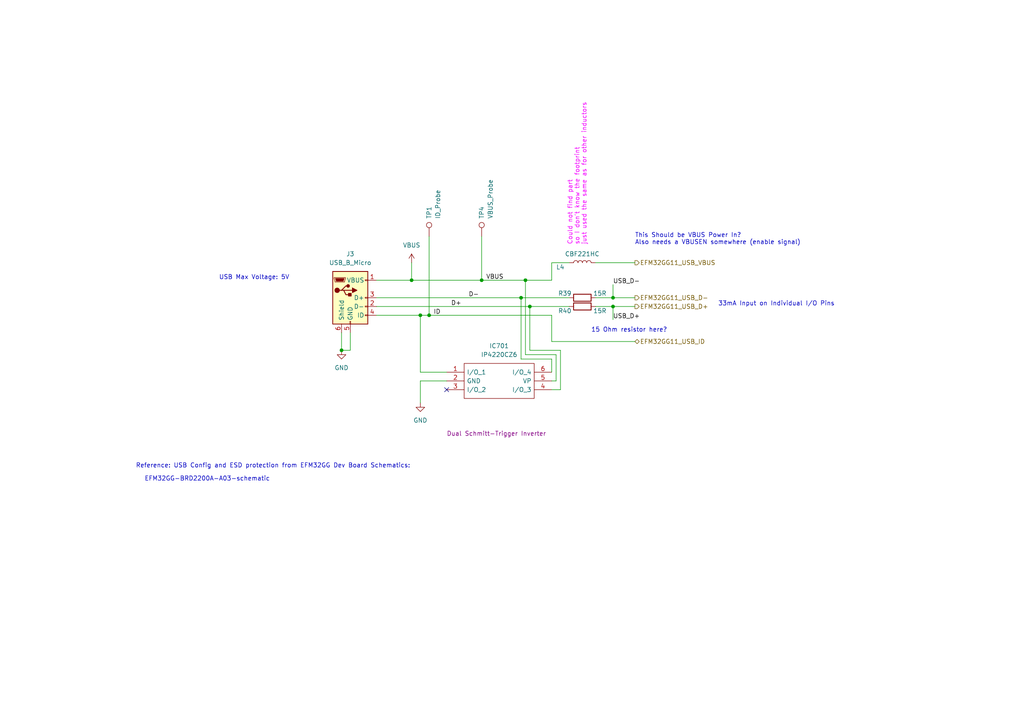
<source format=kicad_sch>
(kicad_sch (version 20230121) (generator eeschema)
  (paper "A4")
  (lib_symbols
    (symbol "Connector:TestPoint" (pin_numbers hide) (pin_names (offset 0.762) hide)
      (property "Reference" "TP" (at 0 6.858 0))
      (property "Value" "TestPoint" (at 0 5.08 0))
      (symbol "TestPoint_0_1"
        (circle (center 0 3.302) (radius 0.762))
      )
      (symbol "TestPoint_1_1"
        (pin passive line (at 0 0 90) (length 2.54) (name "1") (number "1"))
      )
    )
    (symbol "Connector:USB_B_Micro" (pin_names (offset 1.016))
      (property "Reference" "J" (at -5.08 11.43 0))
      (property "Value" "USB_B_Micro" (at -5.08 8.89 0))
      (symbol "USB_B_Micro_0_1"
        (rectangle (start -5.08 -7.62) (end 5.08 7.62) (stroke (width 0.254)) (fill (type background)))
        (circle (center -3.81 2.159) (radius 0.635) (stroke (width 0.254)) (fill (type outline)))
        (circle (center -0.635 3.429) (radius 0.381) (stroke (width 0.254)) (fill (type outline)))
        (rectangle (start -0.127 -7.62) (end 0.127 -6.858))
        (polyline (pts (xy -1.905 2.159) (xy 0.635 2.159)) (stroke (width 0.254)))
        (polyline (pts (xy -3.175 2.159) (xy -2.54 2.159) (xy -1.27 3.429) (xy -0.635 3.429)) (stroke (width 0.254)))
        (polyline (pts (xy -2.54 2.159) (xy -1.905 2.159) (xy -1.27 0.889) (xy 0 0.889)) (stroke (width 0.254)))
        (polyline (pts (xy 0.635 2.794) (xy 0.635 1.524) (xy 1.905 2.159) (xy 0.635 2.794)) (stroke (width 0.254)) (fill (type outline)))
        (polyline (pts (xy -4.318 5.588) (xy -1.778 5.588) (xy -2.032 4.826) (xy -4.064 4.826) (xy -4.318 5.588)) (fill (type outline)))
        (polyline (pts (xy -4.699 5.842) (xy -4.699 5.588) (xy -4.445 4.826) (xy -4.445 4.572) (xy -1.651 4.572) (xy -1.651 4.826) (xy -1.397 5.588) (xy -1.397 5.842) (xy -4.699 5.842)))
        (rectangle (start 0.254 1.27) (end -0.508 0.508) (stroke (width 0.254)) (fill (type outline)))
        (rectangle (start 5.08 -5.207) (end 4.318 -4.953))
        (rectangle (start 5.08 -2.667) (end 4.318 -2.413))
        (rectangle (start 5.08 -0.127) (end 4.318 0.127))
        (rectangle (start 5.08 4.953) (end 4.318 5.207))
      )
      (symbol "USB_B_Micro_1_1"
        (pin power_out line (at 7.62 5.08 180) (length 2.54) (name "VBUS") (number "1"))
        (pin bidirectional line (at 7.62 -2.54 180) (length 2.54) (name "D-") (number "2"))
        (pin bidirectional line (at 7.62 0 180) (length 2.54) (name "D+") (number "3"))
        (pin passive line (at 7.62 -5.08 180) (length 2.54) (name "ID") (number "4"))
        (pin power_out line (at 0 -10.16 90) (length 2.54) (name "GND") (number "5"))
        (pin passive line (at -2.54 -10.16 90) (length 2.54) (name "Shield") (number "6"))
      )
    )
    (symbol "Device:L" (pin_numbers hide) (pin_names (offset 1.016) hide)
      (property "Reference" "L" (at -1.27 0 90))
      (property "Value" "L" (at 1.905 0 90))
      (symbol "L_0_1"
        (arc (start 0 -2.54) (mid 0.6323 -1.905) (end 0 -1.27))
        (arc (start 0 -1.27) (mid 0.6323 -0.635) (end 0 0))
        (arc (start 0 0) (mid 0.6323 0.635) (end 0 1.27))
        (arc (start 0 1.27) (mid 0.6323 1.905) (end 0 2.54))
      )
      (symbol "L_1_1"
        (pin passive line (at 0 3.81 270) (length 1.27) (name "1") (number "1"))
        (pin passive line (at 0 -3.81 90) (length 1.27) (name "2") (number "2"))
      )
    )
    (symbol "Device:R" (pin_numbers hide) (pin_names (offset 0))
      (property "Reference" "R" (at 2.032 0 90))
      (property "Value" "R" (at 0 0 90))
      (symbol "R_0_1"
        (rectangle (start -1.016 -2.54) (end 1.016 2.54) (stroke (width 0.254)))
      )
      (symbol "R_1_1"
        (pin passive line (at 0 3.81 270) (length 1.27) (name "~") (number "1"))
        (pin passive line (at 0 -3.81 90) (length 1.27) (name "~") (number "2"))
      )
    )
    (symbol "IP4220CZ6:IP4220CZ6" (pin_names (offset 0.762))
      (property "Reference" "IC" (at 0 -7.62 0))
      (property "Value" "IP4220CZ6" (at 0 -10.16 0))
      (symbol "IP4220CZ6_0_0"
        (pin passive line (at 0 0 0) (length 5.08) (name "I/O_1") (number "1"))
        (pin passive line (at 0 -2.54 0) (length 5.08) (name "GND") (number "2"))
        (pin passive line (at 0 -5.08 0) (length 5.08) (name "I/O_2") (number "3"))
        (pin passive line (at 30.48 -5.08 180) (length 5.08) (name "I/O_3") (number "4"))
        (pin passive line (at 30.48 -2.54 180) (length 5.08) (name "VP") (number "5"))
        (pin passive line (at 30.48 0 180) (length 5.08) (name "I/O_4") (number "6"))
      )
      (symbol "IP4220CZ6_0_1"
        (polyline (pts (xy 5.08 2.54) (xy 25.4 2.54) (xy 25.4 -7.62) (xy 5.08 -7.62) (xy 5.08 2.54)) (stroke (width 0.1524)))
      )
    )
    (symbol "power:GND" (power) (pin_names (offset 0))
      (property "Value" "GND" (at 0 -3.81 0))
      (symbol "GND_0_1"
        (polyline (pts (xy 0 0) (xy 0 -1.27) (xy 1.27 -1.27) (xy 0 -2.54) (xy -1.27 -1.27) (xy 0 -1.27)))
      )
      (symbol "GND_1_1"
        (pin power_in line (at 0 0 270) (length 0) hide (name "GND") (number "1"))
      )
    )
    (symbol "power:VBUS" (power) (pin_names (offset 0))
      (property "Value" "VBUS" (at 0 3.81 0))
      (symbol "VBUS_0_1"
        (polyline (pts (xy -0.762 1.27) (xy 0 2.54)))
        (polyline (pts (xy 0 0) (xy 0 2.54)))
        (polyline (pts (xy 0 2.54) (xy 0.762 1.27)))
      )
      (symbol "VBUS_1_1"
        (pin power_in line (at 0 0 90) (length 0) hide (name "VBUS") (number "1"))
      )
    )
  )
  (junction (at 177.8 88.9))
  (junction (at 139.7 81.28))
  (junction (at 119.38 81.28))
  (junction (at 124.46 91.44))
  (junction (at 151.13 86.36))
  (junction (at 99.06 101.6))
  (junction (at 153.67 88.9))
  (junction (at 121.92 91.44))
  (junction (at 152.4 81.28))
  (junction (at 177.8 86.36))
  (no_connect (at 129.54 113.03))
  (wire (pts (xy 161.29 110.49) (xy 161.29 102.87)))
  (wire (pts (xy 99.06 101.6) (xy 101.6 101.6)))
  (wire (pts (xy 172.72 88.9) (xy 177.8 88.9)))
  (wire (pts (xy 160.02 110.49) (xy 161.29 110.49)))
  (wire (pts (xy 129.54 107.95) (xy 121.92 107.95)))
  (wire (pts (xy 121.92 110.49) (xy 121.92 116.84)))
  (wire (pts (xy 160.02 76.2) (xy 165.1 76.2)))
  (wire (pts (xy 160.02 91.44) (xy 160.02 99.06)))
  (wire (pts (xy 109.22 81.28) (xy 119.38 81.28)))
  (wire (pts (xy 177.8 88.9) (xy 184.15 88.9)))
  (wire (pts (xy 162.56 101.6) (xy 153.67 101.6)))
  (wire (pts (xy 129.54 110.49) (xy 121.92 110.49)))
  (wire (pts (xy 152.4 81.28) (xy 160.02 81.28)))
  (wire (pts (xy 172.72 76.2) (xy 184.15 76.2)))
  (wire (pts (xy 177.8 82.55) (xy 177.8 86.36)))
  (wire (pts (xy 160.02 107.95) (xy 160.02 104.14)))
  (wire (pts (xy 101.6 101.6) (xy 101.6 96.52)))
  (wire (pts (xy 162.56 113.03) (xy 162.56 101.6)))
  (wire (pts (xy 152.4 81.28) (xy 152.4 102.87)))
  (wire (pts (xy 160.02 99.06) (xy 184.15 99.06)))
  (wire (pts (xy 161.29 102.87) (xy 152.4 102.87)))
  (wire (pts (xy 124.46 91.44) (xy 160.02 91.44)))
  (wire (pts (xy 109.22 91.44) (xy 121.92 91.44)))
  (wire (pts (xy 139.7 68.58) (xy 139.7 81.28)))
  (wire (pts (xy 119.38 76.2) (xy 119.38 81.28)))
  (wire (pts (xy 109.22 88.9) (xy 153.67 88.9)))
  (wire (pts (xy 119.38 81.28) (xy 139.7 81.28)))
  (wire (pts (xy 151.13 86.36) (xy 165.1 86.36)))
  (wire (pts (xy 160.02 113.03) (xy 162.56 113.03)))
  (wire (pts (xy 124.46 68.58) (xy 124.46 91.44)))
  (wire (pts (xy 153.67 88.9) (xy 153.67 101.6)))
  (wire (pts (xy 177.8 88.9) (xy 177.8 92.71)))
  (wire (pts (xy 109.22 86.36) (xy 151.13 86.36)))
  (wire (pts (xy 160.02 104.14) (xy 151.13 104.14)))
  (wire (pts (xy 177.8 86.36) (xy 184.15 86.36)))
  (wire (pts (xy 153.67 88.9) (xy 165.1 88.9)))
  (wire (pts (xy 121.92 91.44) (xy 124.46 91.44)))
  (wire (pts (xy 172.72 86.36) (xy 177.8 86.36)))
  (wire (pts (xy 139.7 81.28) (xy 152.4 81.28)))
  (wire (pts (xy 99.06 101.6) (xy 99.06 96.52)))
  (wire (pts (xy 121.92 107.95) (xy 121.92 91.44)))
  (wire (pts (xy 160.02 81.28) (xy 160.02 76.2)))
  (wire (pts (xy 151.13 86.36) (xy 151.13 104.14)))
  (text "USB Max Voltage: 5V\n" (at 63.5 81.28 0) (effects (font (size 1.27 1.27)) (justify left bottom)))
  (text "This Should be VBUS Power In?\nAlso needs a VBUSEN somewhere (enable signal)\n" (at 184.15 71.12 0) (effects (font (size 1.27 1.27)) (justify left bottom)))
  (text "33mA Input on Individual I/O Pins\n" (at 208.28 88.9 0) (effects (font (size 1.27 1.27)) (justify left bottom)))
  (text "EFM32GG-BRD2200A-A03-schematic" (at 41.91 139.7 0) (effects (font (size 1.27 1.27)) (justify left bottom)))
  (text "Reference: USB Config and ESD protection from EFM32GG Dev Board Schematics:" (at 39.37 135.89 0) (effects (font (size 1.27 1.27)) (justify left bottom)))
  (text "Could not find part\nso I don't know the footprint\njust used the same as for other inductors" (at 170.18 71.12 90) (effects (font (size 1.27 1.27)) (justify left bottom)))
  (text "15 Ohm resistor here?\n" (at 171.45 96.52 0) (effects (font (size 1.27 1.27)) (justify left bottom)))
  (label "USB_D-" (at 177.8 82.55 0))
  (label "D+" (at 130.81 88.9 0))
  (label "ID" (at 125.73 91.44 0))
  (label "USB_D+" (at 177.8 92.71 0))
  (label "D-" (at 135.89 86.36 0))
  (label "VBUS" (at 140.97 81.28 0))
  (hierarchical_label "EFM32GG11_USB_D-" (shape output) (at 184.15 86.36 0))
  (hierarchical_label "EFM32GG11_USB_VBUS" (shape output) (at 184.15 76.2 0))
  (hierarchical_label "EFM32GG11_USB_D+" (shape output) (at 184.15 88.9 0))
  (hierarchical_label "EFM32GG11_USB_ID" (shape bidirectional) (at 184.15 99.06 0))
  (symbol (lib_id "Device:R") (at 168.91 86.36 90) (mirror x) (unit 1)
    (property "Reference" "R39" (at 163.83 85.09 90))
    (property "Value" "15R" (at 173.99 85.09 90))
    (property "Footprint" "Resistor_SMD:R_0805_2012Metric_Pad1.20x1.40mm_HandSolder" (effects hide))
    (instances (project "TripSitter" (path "" (reference "R39") (unit 1))) (project "USB3_micro_ab" (path "" (reference "R1101") (unit 1))) (project "RayTracingPCB" (path "" (reference "R1101") (unit 1))))
  )
  (symbol (lib_id "Device:R") (at 168.91 88.9 270) (mirror x) (unit 1)
    (property "Reference" "R40" (at 163.83 90.17 90))
    (property "Value" "15R" (at 173.99 90.17 90))
    (property "Footprint" "Resistor_SMD:R_0805_2012Metric_Pad1.20x1.40mm_HandSolder" (effects hide))
    (instances (project "TripSitter" (path "" (reference "R40") (unit 1))) (project "USB3_micro_ab" (path "" (reference "R1102") (unit 1))) (project "RayTracingPCB" (path "" (reference "R1102") (unit 1))))
  )
  (symbol (lib_id "Connector:TestPoint") (at 124.46 68.58 0) (unit 1)
    (property "Reference" "TP1" (at 124.46 63.5 90) (effects (justify left)))
    (property "Value" "ID_Probe" (at 127 63.5 90) (effects (justify left)))
    (property "Footprint" "TestPoint:TestPoint_Pad_2.5x2.5mm" (effects hide))
    (instances (project "TripSitter" (path "" (reference "TP1") (unit 1))) (project "USB3_micro_ab" (path "" (reference "TP11") (unit 1))) (project "RayTracingPCB" (path "" (reference "TP11") (unit 1)) (path "" (reference "TPJ1104") (unit 1))))
  )
  (symbol (lib_id "power:VBUS") (at 119.38 76.2 0) (unit 1)
    (property "Reference" "#PWR047" (effects hide))
    (property "Value" "VBUS" (at 119.38 71.12 0))
  )
  (symbol (lib_id "power:GND") (at 99.06 101.6 0) (unit 1)
    (property "Reference" "#PWR072" (effects hide))
    (property "Value" "GND" (at 99.06 106.68 0))
    (instances (project "TripSitter" (path "" (reference "#PWR072") (unit 1))) (project "USB3_micro_ab" (path "" (reference "#PWR018") (unit 1))) (project "RayTracingPCB" (path "" (reference "#PWR018") (unit 1)) (path "" (reference "#PWR018") (unit 1))))
  )
  (symbol (lib_id "IP4220CZ6:IP4220CZ6") (at 129.54 107.95 0) (unit 1)
    (property "Reference" "IC701" (at 144.78 100.33 0))
    (property "Value" "IP4220CZ6" (at 144.78 102.87 0))
    (property "Footprint" "Package_SO:SC-74-6_1.5x2.9mm_P0.95mm" (effects hide))
    (property "Datasheet" "https://assets.nexperia.com/documents/data-sheet/IP4220CZ6.pdf" (effects hide))
    (property "Description" "Dual Schmitt-Trigger Inverter" (at 129.54 125.73 0) (effects (justify left)))
    (property "Height" "1.1" (effects hide))
    (property "Manufacturer_Name" "Nexperia" (effects hide))
    (property "Manufacturer_Part_Number" "IP4220CZ6" (effects hide))
    (property "Mouser Part Number" "N/A" (effects hide))
    (property "Mouser Price/Stock" "https://www.mouser.co.uk/ProductDetail/Nexperia/IP4220CZ6?qs=vHuUswq2%252Bsz%2FcpO1r84zKA%3D%3D" (effects hide))
    (instances (project "TripSitter" (path "" (reference "IC701") (unit 1)) (path "" (reference "IC3") (unit 1))) (project "USB3_micro_ab" (path "" (reference "IC1108") (unit 1))) (project "RayTracingPCB" (path "" (reference "IC1108") (unit 1))))
  )
  (symbol (lib_id "power:GND") (at 121.92 116.84 0) (unit 1)
    (property "Reference" "#PWR074" (effects hide))
    (property "Value" "GND" (at 121.92 121.92 0))
    (instances (project "TripSitter" (path "" (reference "#PWR074") (unit 1))) (project "USB3_micro_ab" (path "" (reference "#PWR020") (unit 1))) (project "RayTracingPCB" (path "" (reference "#PWR020") (unit 1))))
  )
  (symbol (lib_id "Device:L") (at 168.91 76.2 270) (mirror x) (unit 1)
    (property "Reference" "L4" (at 161.29 77.47 90) (effects (justify left)))
    (property "Value" "CBF221HC" (at 163.83 73.66 90) (effects (justify left)))
    (property "Footprint" "Inductor_SMD:L_0805_2012Metric_Pad1.15x1.40mm_HandSolder" (effects hide))
    (instances (project "TripSitter" (path "" (reference "L4") (unit 1))) (project "USB3_micro_ab" (path "" (reference "L1103") (unit 1))) (project "RayTracingPCB" (path "" (reference "L1103") (unit 1))))
  )
  (symbol (lib_id "Connector:TestPoint") (at 139.7 68.58 0) (unit 1)
    (property "Reference" "TP4" (at 139.7 63.5 90) (effects (justify left)))
    (property "Value" "VBUS_Probe" (at 142.24 63.5 90) (effects (justify left)))
    (property "Footprint" "TestPoint:TestPoint_Pad_2.5x2.5mm" (effects hide))
    (instances (project "TripSitter" (path "" (reference "TP4") (unit 1))) (project "USB3_micro_ab" (path "" (reference "TP11") (unit 1))) (project "RayTracingPCB" (path "" (reference "TP11") (unit 1)) (path "" (reference "TPJ1107") (unit 1))))
  )
  (symbol (lib_id "Connector:USB_B_Micro") (at 101.6 86.36 0) (unit 1)
    (property "Reference" "J3" (at 101.6 73.66 0))
    (property "Value" "USB_B_Micro" (at 101.6 76.2 0))
    (property "Footprint" "Connector_USB:USB_Micro-B_GCT_USB3076-30-A" (effects hide))
  )
)
</source>
